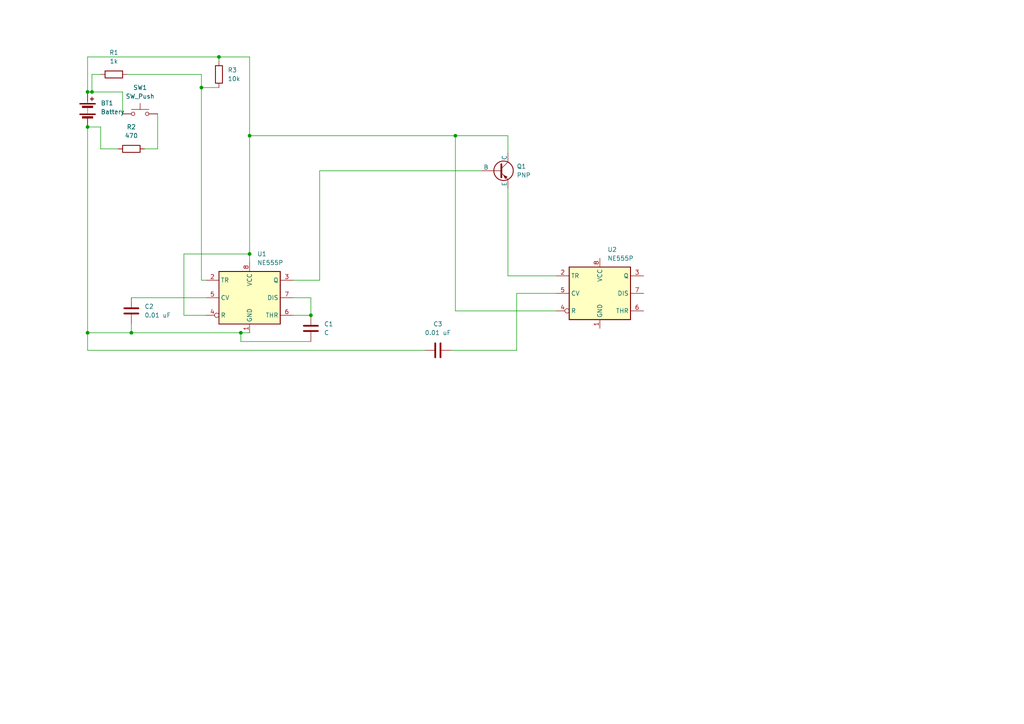
<source format=kicad_sch>
(kicad_sch (version 20231120) (generator "eeschema") (generator_version "8.0")
  (paper "A4")
  (lib_symbols
    (symbol "Device:Battery" (pin_numbers hide) (pin_names (offset 0) hide)
      (property "Reference" "BT" (at 2.54 2.54 0))
      (property "Value" "Battery" (at 2.54 0 0))
      (symbol "Battery_0_1"
        (rectangle (start -2.286 -1.27) (end 2.286 -1.524) (fill (type outline)))
        (rectangle (start -2.286 1.778) (end 2.286 1.524) (fill (type outline)))
        (rectangle (start -1.524 -2.032) (end 1.524 -2.54) (fill (type outline)))
        (rectangle (start -1.524 1.016) (end 1.524 0.508) (fill (type outline)))
        (polyline (pts (xy 0 -1.016) (xy 0 -0.762)))
        (polyline (pts (xy 0 -0.508) (xy 0 -0.254)))
        (polyline (pts (xy 0 0) (xy 0 0.254)))
        (polyline (pts (xy 0 1.778) (xy 0 2.54)))
        (polyline (pts (xy 0.762 3.048) (xy 1.778 3.048)) (stroke (width 0.254)))
        (polyline (pts (xy 1.27 3.556) (xy 1.27 2.54)) (stroke (width 0.254)))
      )
      (symbol "Battery_1_1"
        (pin passive line (at 0 5.08 270) (length 2.54) (name "+") (number "1"))
        (pin passive line (at 0 -5.08 90) (length 2.54) (name "-") (number "2"))
      )
    )
    (symbol "Device:C" (pin_numbers hide) (pin_names (offset 0.254))
      (property "Reference" "C" (at 0.635 2.54 0))
      (property "Value" "C" (at 0.635 -2.54 0))
      (symbol "C_0_1"
        (polyline (pts (xy -2.032 -0.762) (xy 2.032 -0.762)) (stroke (width 0.508)))
        (polyline (pts (xy -2.032 0.762) (xy 2.032 0.762)) (stroke (width 0.508)))
      )
      (symbol "C_1_1"
        (pin passive line (at 0 3.81 270) (length 2.794) (name "~") (number "1"))
        (pin passive line (at 0 -3.81 90) (length 2.794) (name "~") (number "2"))
      )
    )
    (symbol "Device:R" (pin_numbers hide) (pin_names (offset 0))
      (property "Reference" "R" (at 2.032 0 90))
      (property "Value" "R" (at 0 0 90))
      (symbol "R_0_1"
        (rectangle (start -1.016 -2.54) (end 1.016 2.54) (stroke (width 0.254)))
      )
      (symbol "R_1_1"
        (pin passive line (at 0 3.81 270) (length 1.27) (name "~") (number "1"))
        (pin passive line (at 0 -3.81 90) (length 1.27) (name "~") (number "2"))
      )
    )
    (symbol "Simulation_SPICE:PNP" (pin_numbers hide) (pin_names (offset 0))
      (property "Reference" "Q" (at -2.54 7.62 0))
      (property "Value" "PNP" (at -2.54 5.08 0))
      (symbol "PNP_0_1"
        (polyline (pts (xy -2.54 0) (xy 0.635 0)) (stroke (width 0.1524)))
        (polyline (pts (xy 0.635 0.635) (xy 2.54 2.54)))
        (polyline (pts (xy 0.635 -0.635) (xy 2.54 -2.54) (xy 2.54 -2.54)))
        (polyline (pts (xy 0.635 1.905) (xy 0.635 -1.905) (xy 0.635 -1.905)) (stroke (width 0.508)))
        (polyline (pts (xy 2.286 -1.778) (xy 1.778 -2.286) (xy 1.27 -1.27) (xy 2.286 -1.778) (xy 2.286 -1.778)) (fill (type outline)))
        (circle (center 1.27 0) (radius 2.8194) (stroke (width 0.254)))
      )
      (symbol "PNP_1_1"
        (pin open_collector line (at 2.54 5.08 270) (length 2.54) (name "C") (number "1"))
        (pin input line (at -5.08 0 0) (length 2.54) (name "B") (number "2"))
        (pin open_emitter line (at 2.54 -5.08 90) (length 2.54) (name "E") (number "3"))
      )
    )
    (symbol "Switch:SW_Push" (pin_numbers hide) (pin_names (offset 1.016) hide)
      (property "Reference" "SW" (at 1.27 2.54 0))
      (property "Value" "SW_Push" (at 0 -1.524 0))
      (symbol "SW_Push_0_1"
        (circle (center -2.032 0) (radius 0.508))
        (polyline (pts (xy 0 1.27) (xy 0 3.048)))
        (polyline (pts (xy 2.54 1.27) (xy -2.54 1.27)))
        (circle (center 2.032 0) (radius 0.508))
        (pin passive line (at -5.08 0 0) (length 2.54) (name "1") (number "1"))
        (pin passive line (at 5.08 0 180) (length 2.54) (name "2") (number "2"))
      )
    )
    (symbol "Timer:NE555P"
      (property "Reference" "U" (at -10.16 8.89 0))
      (property "Value" "NE555P" (at 2.54 8.89 0))
      (symbol "NE555P_0_0"
        (pin power_in line (at 0 -10.16 90) (length 2.54) (name "GND") (number "1"))
        (pin power_in line (at 0 10.16 270) (length 2.54) (name "VCC") (number "8"))
      )
      (symbol "NE555P_0_1"
        (rectangle (start -8.89 -7.62) (end 8.89 7.62) (stroke (width 0.254)) (fill (type background)))
        (rectangle (start -8.89 -7.62) (end 8.89 7.62) (stroke (width 0.254)) (fill (type background)))
      )
      (symbol "NE555P_1_1"
        (pin input line (at -12.7 5.08 0) (length 3.81) (name "TR") (number "2"))
        (pin output line (at 12.7 5.08 180) (length 3.81) (name "Q") (number "3"))
        (pin input inverted (at -12.7 -5.08 0) (length 3.81) (name "R") (number "4"))
        (pin input line (at -12.7 0 0) (length 3.81) (name "CV") (number "5"))
        (pin input line (at 12.7 -5.08 180) (length 3.81) (name "THR") (number "6"))
        (pin input line (at 12.7 0 180) (length 3.81) (name "DIS") (number "7"))
      )
    )
  )
  (junction (at 25.4 36.83))
  (junction (at 69.85 96.52))
  (junction (at 38.1 96.52))
  (junction (at 72.39 73.66))
  (junction (at 25.4 26.67))
  (junction (at 132.08 39.37))
  (junction (at 25.4 96.52))
  (junction (at 58.42 25.4))
  (junction (at 63.5 16.51))
  (junction (at 26.67 26.67))
  (junction (at 72.39 39.37))
  (junction (at 90.17 91.44))
  (wire (pts (xy 29.21 43.18) (xy 34.29 43.18)))
  (wire (pts (xy 26.67 26.67) (xy 35.56 26.67)))
  (wire (pts (xy 38.1 96.52) (xy 69.85 96.52)))
  (wire (pts (xy 53.34 91.44) (xy 53.34 73.66)))
  (wire (pts (xy 161.29 85.09) (xy 149.86 85.09)))
  (wire (pts (xy 147.32 39.37) (xy 132.08 39.37)))
  (wire (pts (xy 72.39 16.51) (xy 63.5 16.51)))
  (wire (pts (xy 63.5 16.51) (xy 25.4 16.51)))
  (wire (pts (xy 58.42 25.4) (xy 63.5 25.4)))
  (wire (pts (xy 149.86 85.09) (xy 149.86 101.6)))
  (wire (pts (xy 147.32 54.61) (xy 147.32 80.01)))
  (wire (pts (xy 85.09 91.44) (xy 90.17 91.44)))
  (wire (pts (xy 26.67 26.67) (xy 26.67 21.59)))
  (wire (pts (xy 123.19 101.6) (xy 25.4 101.6)))
  (wire (pts (xy 90.17 99.06) (xy 69.85 99.06)))
  (wire (pts (xy 147.32 80.01) (xy 161.29 80.01)))
  (wire (pts (xy 69.85 99.06) (xy 69.85 96.52)))
  (wire (pts (xy 26.67 21.59) (xy 29.21 21.59)))
  (wire (pts (xy 161.29 90.17) (xy 132.08 90.17)))
  (wire (pts (xy 132.08 90.17) (xy 132.08 39.37)))
  (wire (pts (xy 29.21 43.18) (xy 29.21 36.83)))
  (wire (pts (xy 41.91 43.18) (xy 45.72 43.18)))
  (wire (pts (xy 38.1 96.52) (xy 25.4 96.52)))
  (wire (pts (xy 92.71 81.28) (xy 92.71 49.53)))
  (wire (pts (xy 38.1 93.98) (xy 38.1 96.52)))
  (wire (pts (xy 36.83 21.59) (xy 58.42 21.59)))
  (wire (pts (xy 25.4 26.67) (xy 26.67 26.67)))
  (wire (pts (xy 90.17 86.36) (xy 90.17 91.44)))
  (wire (pts (xy 38.1 86.36) (xy 59.69 86.36)))
  (wire (pts (xy 72.39 73.66) (xy 72.39 39.37)))
  (wire (pts (xy 25.4 16.51) (xy 25.4 26.67)))
  (wire (pts (xy 45.72 43.18) (xy 45.72 33.02)))
  (wire (pts (xy 35.56 26.67) (xy 35.56 33.02)))
  (wire (pts (xy 63.5 16.51) (xy 63.5 17.78)))
  (wire (pts (xy 53.34 73.66) (xy 72.39 73.66)))
  (wire (pts (xy 59.69 91.44) (xy 53.34 91.44)))
  (wire (pts (xy 58.42 25.4) (xy 58.42 81.28)))
  (wire (pts (xy 85.09 81.28) (xy 92.71 81.28)))
  (wire (pts (xy 72.39 39.37) (xy 72.39 16.51)))
  (wire (pts (xy 58.42 21.59) (xy 58.42 25.4)))
  (wire (pts (xy 149.86 101.6) (xy 130.81 101.6)))
  (wire (pts (xy 25.4 101.6) (xy 25.4 96.52)))
  (wire (pts (xy 92.71 49.53) (xy 139.7 49.53)))
  (wire (pts (xy 25.4 96.52) (xy 25.4 36.83)))
  (wire (pts (xy 58.42 81.28) (xy 59.69 81.28)))
  (wire (pts (xy 85.09 86.36) (xy 90.17 86.36)))
  (wire (pts (xy 29.21 36.83) (xy 25.4 36.83)))
  (wire (pts (xy 72.39 76.2) (xy 72.39 73.66)))
  (wire (pts (xy 147.32 44.45) (xy 147.32 39.37)))
  (wire (pts (xy 132.08 39.37) (xy 72.39 39.37)))
  (wire (pts (xy 72.39 96.52) (xy 69.85 96.52)))
  (symbol (lib_id "Switch:SW_Push") (at 40.64 33.02 0) (unit 1)
    (property "Reference" "SW1" (at 40.64 25.4 0))
    (property "Value" "SW_Push" (at 40.64 27.94 0))
    (property "Description" "Push button switch, generic, two pins" (effects (hide yes)))
  )
  (symbol (lib_id "Device:C") (at 127 101.6 90) (unit 1)
    (property "Reference" "C3" (at 127 93.98 90))
    (property "Value" "0.01 uF" (at 127 96.52 90))
    (property "Description" "Unpolarized capacitor" (effects (hide yes)))
  )
  (symbol (lib_id "Device:Battery") (at 25.4 31.75 0) (unit 1)
    (property "Reference" "BT1" (at 29.21 29.9084 0) (effects (justify left)))
    (property "Value" "Battery" (at 29.21 32.4484 0) (effects (justify left)))
    (property "Description" "Multiple-cell battery" (effects (hide yes)))
  )
  (symbol (lib_id "Timer:NE555P") (at 173.99 85.09 0) (unit 1)
    (property "Reference" "U2" (at 176.1841 72.39 0) (effects (justify left)))
    (property "Value" "NE555P" (at 176.1841 74.93 0) (effects (justify left)))
    (property "Footprint" "Package_DIP:DIP-8_W7.62mm" (effects (hide yes)))
    (property "Datasheet" "http://www.ti.com/lit/ds/symlink/ne555.pdf" (effects (hide yes)))
    (property "Description" "Precision Timers, 555 compatible,  PDIP-8" (effects (hide yes)))
  )
  (symbol (lib_id "Device:R") (at 33.02 21.59 90) (unit 1)
    (property "Reference" "R1" (at 33.02 15.24 90))
    (property "Value" "1k" (at 33.02 17.78 90))
    (property "Description" "Resistor" (effects (hide yes)))
  )
  (symbol (lib_id "Device:R") (at 63.5 21.59 180) (unit 1)
    (property "Reference" "R3" (at 66.04 20.3199 0) (effects (justify right)))
    (property "Value" "10k" (at 66.04 22.8599 0) (effects (justify right)))
    (property "Description" "Resistor" (effects (hide yes)))
  )
  (symbol (lib_id "Timer:NE555P") (at 72.39 86.36 0) (unit 1)
    (property "Reference" "U1" (at 74.5841 73.66 0) (effects (justify left)))
    (property "Value" "NE555P" (at 74.5841 76.2 0) (effects (justify left)))
    (property "Footprint" "Package_DIP:DIP-8_W7.62mm" (effects (hide yes)))
    (property "Datasheet" "http://www.ti.com/lit/ds/symlink/ne555.pdf" (effects (hide yes)))
    (property "Description" "Precision Timers, 555 compatible,  PDIP-8" (effects (hide yes)))
  )
  (symbol (lib_id "Simulation_SPICE:PNP") (at 144.78 49.53 0) (unit 1)
    (property "Reference" "Q1" (at 149.86 48.2599 0) (effects (justify left)))
    (property "Value" "PNP" (at 149.86 50.7999 0) (effects (justify left)))
    (property "Datasheet" "https://ngspice.sourceforge.io/docs/ngspice-html-manual/manual.xhtml#cha_BJTs" (effects (hide yes)))
    (property "Description" "Bipolar transistor symbol for simulation only, substrate tied to the emitter" (effects (hide yes)))
    (property "Sim.Device" "PNP" (effects (hide yes)))
    (property "Sim.Type" "GUMMELPOON" (effects (hide yes)))
    (property "Sim.Pins" "1=C 2=B 3=E" (effects (hide yes)))
  )
  (symbol (lib_id "Device:R") (at 38.1 43.18 90) (unit 1)
    (property "Reference" "R2" (at 38.1 36.83 90))
    (property "Value" "470" (at 38.1 39.37 90))
    (property "Description" "Resistor" (effects (hide yes)))
  )
  (symbol (lib_id "Device:C") (at 90.17 95.25 0) (unit 1)
    (property "Reference" "C1" (at 93.98 93.9799 0) (effects (justify left)))
    (property "Value" "C" (at 93.98 96.5199 0) (effects (justify left)))
    (property "Description" "Unpolarized capacitor" (effects (hide yes)))
  )
  (symbol (lib_id "Device:C") (at 38.1 90.17 0) (unit 1)
    (property "Reference" "C2" (at 41.91 88.8999 0) (effects (justify left)))
    (property "Value" "0.01 uF" (at 41.91 91.4399 0) (effects (justify left)))
    (property "Description" "Unpolarized capacitor" (effects (hide yes)))
  )
)
</source>
